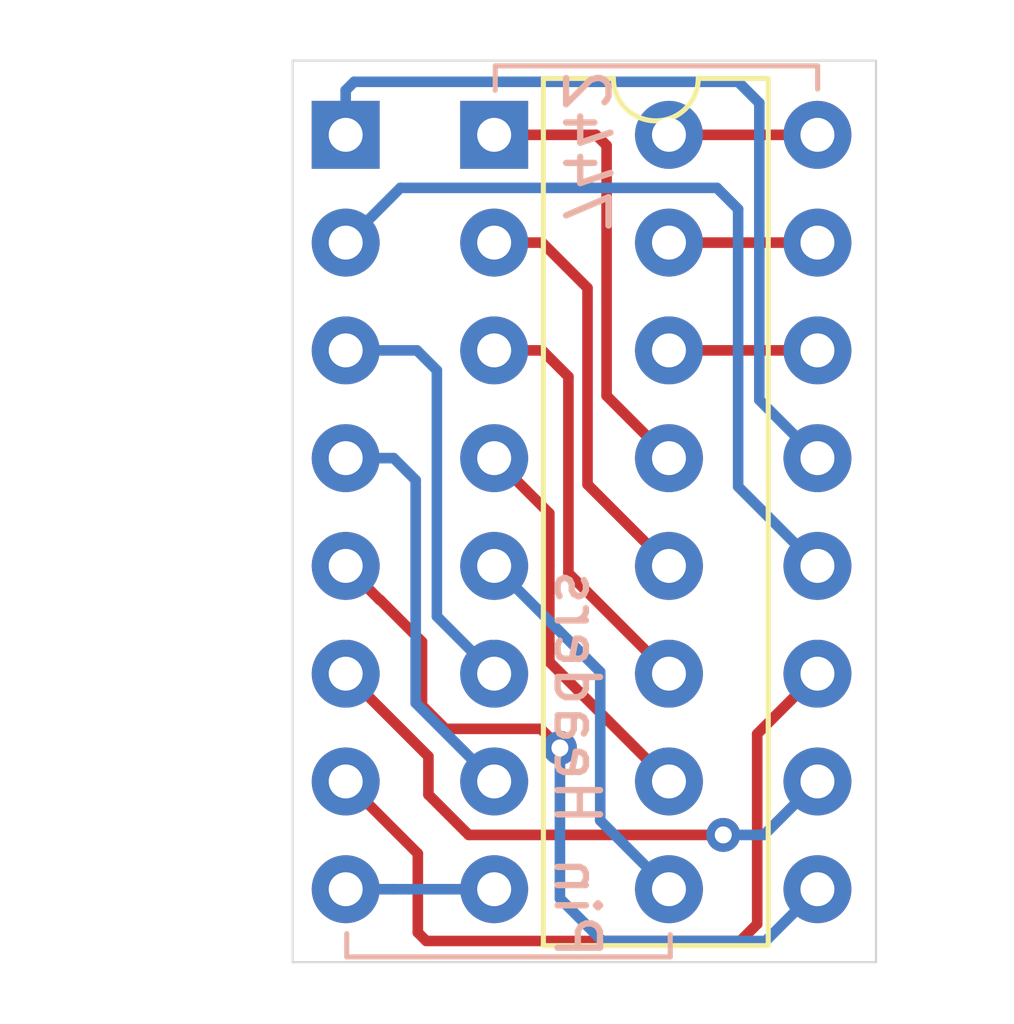
<source format=kicad_pcb>
(kicad_pcb (version 20171130) (host pcbnew "(5.1.4)-1")

  (general
    (thickness 1.6)
    (drawings 12)
    (tracks 73)
    (zones 0)
    (modules 2)
    (nets 17)
  )

  (page A4)
  (layers
    (0 F.Cu signal)
    (31 B.Cu signal)
    (32 B.Adhes user)
    (33 F.Adhes user)
    (34 B.Paste user)
    (35 F.Paste user)
    (36 B.SilkS user)
    (37 F.SilkS user)
    (38 B.Mask user)
    (39 F.Mask user)
    (40 Dwgs.User user)
    (41 Cmts.User user)
    (42 Eco1.User user)
    (43 Eco2.User user)
    (44 Edge.Cuts user)
    (45 Margin user)
    (46 B.CrtYd user)
    (47 F.CrtYd user)
    (48 B.Fab user)
    (49 F.Fab user)
  )

  (setup
    (last_trace_width 0.25)
    (trace_clearance 0.2)
    (zone_clearance 0.508)
    (zone_45_only no)
    (trace_min 0.2)
    (via_size 0.8)
    (via_drill 0.4)
    (via_min_size 0.4)
    (via_min_drill 0.3)
    (uvia_size 0.3)
    (uvia_drill 0.1)
    (uvias_allowed no)
    (uvia_min_size 0.2)
    (uvia_min_drill 0.1)
    (edge_width 0.05)
    (segment_width 0.2)
    (pcb_text_width 0.3)
    (pcb_text_size 1.5 1.5)
    (mod_edge_width 0.12)
    (mod_text_size 1 1)
    (mod_text_width 0.15)
    (pad_size 1.524 1.524)
    (pad_drill 0.762)
    (pad_to_mask_clearance 0.051)
    (solder_mask_min_width 0.25)
    (aux_axis_origin 0 0)
    (visible_elements 7FFFFFFF)
    (pcbplotparams
      (layerselection 0x010fc_ffffffff)
      (usegerberextensions false)
      (usegerberattributes false)
      (usegerberadvancedattributes false)
      (creategerberjobfile false)
      (excludeedgelayer true)
      (linewidth 0.100000)
      (plotframeref false)
      (viasonmask false)
      (mode 1)
      (useauxorigin false)
      (hpglpennumber 1)
      (hpglpenspeed 20)
      (hpglpendiameter 15.000000)
      (psnegative false)
      (psa4output false)
      (plotreference true)
      (plotvalue true)
      (plotinvisibletext false)
      (padsonsilk false)
      (subtractmaskfromsilk false)
      (outputformat 1)
      (mirror false)
      (drillshape 0)
      (scaleselection 1)
      (outputdirectory "Gerbers/"))
  )

  (net 0 "")
  (net 1 +5V)
  (net 2 GND)
  (net 3 A0)
  (net 4 9)
  (net 5 A1)
  (net 6 8)
  (net 7 0)
  (net 8 7)
  (net 9 1)
  (net 10 6)
  (net 11 2)
  (net 12 5)
  (net 13 3)
  (net 14 A3)
  (net 15 4)
  (net 16 A2)

  (net_class Default "This is the default net class."
    (clearance 0.2)
    (trace_width 0.25)
    (via_dia 0.8)
    (via_drill 0.4)
    (uvia_dia 0.3)
    (uvia_drill 0.1)
    (add_net +5V)
    (add_net 0)
    (add_net 1)
    (add_net 2)
    (add_net 3)
    (add_net 4)
    (add_net 5)
    (add_net 6)
    (add_net 7)
    (add_net 8)
    (add_net 9)
    (add_net A0)
    (add_net A1)
    (add_net A2)
    (add_net A3)
    (add_net GND)
  )

  (module "Custom Footprints:DIP-16_W7.62mm_NoSilk" (layer F.Cu) (tedit 61E4D2AA) (tstamp 60F6179C)
    (at 136.25 47.5)
    (descr "16-lead though-hole mounted DIP package, row spacing 7.62 mm (300 mils)")
    (tags "THT DIP DIL PDIP 2.54mm 7.62mm 300mil")
    (path /60F6211B)
    (fp_text reference J1 (at 3.81 -2.33) (layer F.Fab)
      (effects (font (size 1 1) (thickness 0.15)))
    )
    (fp_text value Conn_02x08_Counter_Clockwise (at 3.81 20.11) (layer F.Fab)
      (effects (font (size 1 1) (thickness 0.15)))
    )
    (fp_line (start 1.635 -1.27) (end 6.985 -1.27) (layer F.Fab) (width 0.1))
    (fp_line (start 6.985 -1.27) (end 6.985 19.05) (layer F.Fab) (width 0.1))
    (fp_line (start 6.985 19.05) (end 0.635 19.05) (layer F.Fab) (width 0.1))
    (fp_line (start 0.635 19.05) (end 0.635 -0.27) (layer F.Fab) (width 0.1))
    (fp_line (start 0.635 -0.27) (end 1.635 -1.27) (layer F.Fab) (width 0.1))
    (fp_line (start -1.1 -1.55) (end -1.1 19.3) (layer F.CrtYd) (width 0.05))
    (fp_line (start -1.1 19.3) (end 8.7 19.3) (layer F.CrtYd) (width 0.05))
    (fp_line (start 8.7 19.3) (end 8.7 -1.55) (layer F.CrtYd) (width 0.05))
    (fp_line (start 8.7 -1.55) (end -1.1 -1.55) (layer F.CrtYd) (width 0.05))
    (fp_text user %R (at 3.81 8.89) (layer F.Fab)
      (effects (font (size 1 1) (thickness 0.15)))
    )
    (pad 1 thru_hole rect (at 0 0) (size 1.6 1.6) (drill 0.8) (layers *.Cu *.Mask)
      (net 16 A2))
    (pad 9 thru_hole oval (at 7.62 17.78) (size 1.6 1.6) (drill 0.8) (layers *.Cu *.Mask)
      (net 15 4))
    (pad 2 thru_hole oval (at 0 2.54) (size 1.6 1.6) (drill 0.8) (layers *.Cu *.Mask)
      (net 14 A3))
    (pad 10 thru_hole oval (at 7.62 15.24) (size 1.6 1.6) (drill 0.8) (layers *.Cu *.Mask)
      (net 13 3))
    (pad 3 thru_hole oval (at 0 5.08) (size 1.6 1.6) (drill 0.8) (layers *.Cu *.Mask)
      (net 12 5))
    (pad 11 thru_hole oval (at 7.62 12.7) (size 1.6 1.6) (drill 0.8) (layers *.Cu *.Mask)
      (net 11 2))
    (pad 4 thru_hole oval (at 0 7.62) (size 1.6 1.6) (drill 0.8) (layers *.Cu *.Mask)
      (net 10 6))
    (pad 12 thru_hole oval (at 7.62 10.16) (size 1.6 1.6) (drill 0.8) (layers *.Cu *.Mask)
      (net 9 1))
    (pad 5 thru_hole oval (at 0 10.16) (size 1.6 1.6) (drill 0.8) (layers *.Cu *.Mask)
      (net 8 7))
    (pad 13 thru_hole oval (at 7.62 7.62) (size 1.6 1.6) (drill 0.8) (layers *.Cu *.Mask)
      (net 7 0))
    (pad 6 thru_hole oval (at 0 12.7) (size 1.6 1.6) (drill 0.8) (layers *.Cu *.Mask)
      (net 6 8))
    (pad 14 thru_hole oval (at 7.62 5.08) (size 1.6 1.6) (drill 0.8) (layers *.Cu *.Mask)
      (net 5 A1))
    (pad 7 thru_hole oval (at 0 15.24) (size 1.6 1.6) (drill 0.8) (layers *.Cu *.Mask)
      (net 4 9))
    (pad 15 thru_hole oval (at 7.62 2.54) (size 1.6 1.6) (drill 0.8) (layers *.Cu *.Mask)
      (net 3 A0))
    (pad 8 thru_hole oval (at 0 17.78) (size 1.6 1.6) (drill 0.8) (layers *.Cu *.Mask)
      (net 2 GND))
    (pad 16 thru_hole oval (at 7.62 0) (size 1.6 1.6) (drill 0.8) (layers *.Cu *.Mask)
      (net 1 +5V))
    (model ${KISYS3DMOD}/Housings_DIP.3dshapes/DIP-16_W7.62mm.wrl
      (at (xyz 0 0 0))
      (scale (xyz 1 1 1))
      (rotate (xyz 0 0 0))
    )
  )

  (module Housings_DIP:DIP-16_W7.62mm (layer F.Cu) (tedit 59C78D6B) (tstamp 60F61BF5)
    (at 139.75 47.5)
    (descr "16-lead though-hole mounted DIP package, row spacing 7.62 mm (300 mils)")
    (tags "THT DIP DIL PDIP 2.54mm 7.62mm 300mil")
    (path /60F61288)
    (fp_text reference U1 (at 3.81 -2.33) (layer F.Fab)
      (effects (font (size 1 1) (thickness 0.15)))
    )
    (fp_text value 74LS42 (at 3.81 20.11) (layer F.Fab)
      (effects (font (size 1 1) (thickness 0.15)))
    )
    (fp_text user %R (at 3.81 8.89) (layer F.Fab)
      (effects (font (size 1 1) (thickness 0.15)))
    )
    (fp_line (start 8.7 -1.55) (end -1.1 -1.55) (layer F.CrtYd) (width 0.05))
    (fp_line (start 8.7 19.3) (end 8.7 -1.55) (layer F.CrtYd) (width 0.05))
    (fp_line (start -1.1 19.3) (end 8.7 19.3) (layer F.CrtYd) (width 0.05))
    (fp_line (start -1.1 -1.55) (end -1.1 19.3) (layer F.CrtYd) (width 0.05))
    (fp_line (start 6.46 -1.33) (end 4.81 -1.33) (layer F.SilkS) (width 0.12))
    (fp_line (start 6.46 19.11) (end 6.46 -1.33) (layer F.SilkS) (width 0.12))
    (fp_line (start 1.16 19.11) (end 6.46 19.11) (layer F.SilkS) (width 0.12))
    (fp_line (start 1.16 -1.33) (end 1.16 19.11) (layer F.SilkS) (width 0.12))
    (fp_line (start 2.81 -1.33) (end 1.16 -1.33) (layer F.SilkS) (width 0.12))
    (fp_line (start 0.635 -0.27) (end 1.635 -1.27) (layer F.Fab) (width 0.1))
    (fp_line (start 0.635 19.05) (end 0.635 -0.27) (layer F.Fab) (width 0.1))
    (fp_line (start 6.985 19.05) (end 0.635 19.05) (layer F.Fab) (width 0.1))
    (fp_line (start 6.985 -1.27) (end 6.985 19.05) (layer F.Fab) (width 0.1))
    (fp_line (start 1.635 -1.27) (end 6.985 -1.27) (layer F.Fab) (width 0.1))
    (fp_arc (start 3.81 -1.33) (end 2.81 -1.33) (angle -180) (layer F.SilkS) (width 0.12))
    (pad 16 thru_hole oval (at 7.62 0) (size 1.6 1.6) (drill 0.8) (layers *.Cu *.Mask)
      (net 1 +5V))
    (pad 8 thru_hole oval (at 0 17.78) (size 1.6 1.6) (drill 0.8) (layers *.Cu *.Mask)
      (net 2 GND))
    (pad 15 thru_hole oval (at 7.62 2.54) (size 1.6 1.6) (drill 0.8) (layers *.Cu *.Mask)
      (net 3 A0))
    (pad 7 thru_hole oval (at 0 15.24) (size 1.6 1.6) (drill 0.8) (layers *.Cu *.Mask)
      (net 10 6))
    (pad 14 thru_hole oval (at 7.62 5.08) (size 1.6 1.6) (drill 0.8) (layers *.Cu *.Mask)
      (net 5 A1))
    (pad 6 thru_hole oval (at 0 12.7) (size 1.6 1.6) (drill 0.8) (layers *.Cu *.Mask)
      (net 12 5))
    (pad 13 thru_hole oval (at 7.62 7.62) (size 1.6 1.6) (drill 0.8) (layers *.Cu *.Mask)
      (net 16 A2))
    (pad 5 thru_hole oval (at 0 10.16) (size 1.6 1.6) (drill 0.8) (layers *.Cu *.Mask)
      (net 15 4))
    (pad 12 thru_hole oval (at 7.62 10.16) (size 1.6 1.6) (drill 0.8) (layers *.Cu *.Mask)
      (net 14 A3))
    (pad 4 thru_hole oval (at 0 7.62) (size 1.6 1.6) (drill 0.8) (layers *.Cu *.Mask)
      (net 13 3))
    (pad 11 thru_hole oval (at 7.62 12.7) (size 1.6 1.6) (drill 0.8) (layers *.Cu *.Mask)
      (net 4 9))
    (pad 3 thru_hole oval (at 0 5.08) (size 1.6 1.6) (drill 0.8) (layers *.Cu *.Mask)
      (net 11 2))
    (pad 10 thru_hole oval (at 7.62 15.24) (size 1.6 1.6) (drill 0.8) (layers *.Cu *.Mask)
      (net 6 8))
    (pad 2 thru_hole oval (at 0 2.54) (size 1.6 1.6) (drill 0.8) (layers *.Cu *.Mask)
      (net 9 1))
    (pad 9 thru_hole oval (at 7.62 17.78) (size 1.6 1.6) (drill 0.8) (layers *.Cu *.Mask)
      (net 8 7))
    (pad 1 thru_hole rect (at 0 0) (size 1.6 1.6) (drill 0.8) (layers *.Cu *.Mask)
      (net 7 0))
    (model ${KISYS3DMOD}/Housings_DIP.3dshapes/DIP-16_W7.62mm.wrl
      (at (xyz 0 0 0))
      (scale (xyz 1 1 1))
      (rotate (xyz 0 0 0))
    )
  )

  (gr_text "Pin Headers" (at 141.7 62.325 270) (layer B.SilkS) (tstamp 61E4DC98)
    (effects (font (size 1 1) (thickness 0.15)) (justify mirror))
  )
  (gr_text 7442 (at 141.9 47.875 270) (layer B.SilkS)
    (effects (font (size 1 1) (thickness 0.15)) (justify mirror))
  )
  (gr_line (start 147.375 45.875) (end 147.375 46.425) (layer B.SilkS) (width 0.12))
  (gr_line (start 139.775 45.875) (end 147.375 45.875) (layer B.SilkS) (width 0.12))
  (gr_line (start 139.775 46.45) (end 139.775 45.875) (layer B.SilkS) (width 0.12))
  (gr_line (start 143.9 66.875) (end 143.9 66.35) (layer B.SilkS) (width 0.12))
  (gr_line (start 136.275 66.875) (end 143.9 66.875) (layer B.SilkS) (width 0.12))
  (gr_line (start 136.275 66.325) (end 136.275 66.875) (layer B.SilkS) (width 0.12))
  (gr_line (start 135 45.75) (end 135 67) (layer Edge.Cuts) (width 0.05) (tstamp 60F61D15))
  (gr_line (start 148.75 45.75) (end 135 45.75) (layer Edge.Cuts) (width 0.05))
  (gr_line (start 148.75 67) (end 148.75 45.75) (layer Edge.Cuts) (width 0.05))
  (gr_line (start 135 67) (end 148.75 67) (layer Edge.Cuts) (width 0.05))

  (segment (start 143.87 47.5) (end 147.37 47.5) (width 0.25) (layer F.Cu) (net 1))
  (segment (start 137.38137 65.28) (end 139.75 65.28) (width 0.25) (layer B.Cu) (net 2))
  (segment (start 136.25 65.28) (end 137.38137 65.28) (width 0.25) (layer B.Cu) (net 2))
  (segment (start 146.23863 50.04) (end 143.87 50.04) (width 0.25) (layer F.Cu) (net 3))
  (segment (start 147.37 50.04) (end 146.23863 50.04) (width 0.25) (layer F.Cu) (net 3))
  (segment (start 136.25 62.74) (end 137.95 64.44) (width 0.25) (layer F.Cu) (net 4))
  (segment (start 137.95 64.44) (end 137.95 66.3) (width 0.25) (layer F.Cu) (net 4))
  (segment (start 137.95 66.3) (end 138.15 66.5) (width 0.25) (layer F.Cu) (net 4))
  (segment (start 138.15 66.5) (end 145.55 66.5) (width 0.25) (layer F.Cu) (net 4))
  (segment (start 145.55 66.5) (end 145.95 66.1) (width 0.25) (layer F.Cu) (net 4))
  (segment (start 145.95 61.62) (end 147.37 60.2) (width 0.25) (layer F.Cu) (net 4))
  (segment (start 145.95 66.1) (end 145.95 61.62) (width 0.25) (layer F.Cu) (net 4))
  (segment (start 147.37 52.58) (end 143.87 52.58) (width 0.25) (layer F.Cu) (net 5))
  (segment (start 136.25 60.2) (end 138.2 62.15) (width 0.25) (layer F.Cu) (net 6))
  (segment (start 138.2 62.15) (end 138.2 63.05) (width 0.25) (layer F.Cu) (net 6))
  (segment (start 138.2 63.05) (end 139.15 64) (width 0.25) (layer F.Cu) (net 6))
  (via (at 145.15 64) (size 0.8) (drill 0.4) (layers F.Cu B.Cu) (net 6))
  (segment (start 139.15 64) (end 145.15 64) (width 0.25) (layer F.Cu) (net 6))
  (segment (start 146.11 64) (end 147.37 62.74) (width 0.25) (layer B.Cu) (net 6))
  (segment (start 145.15 64) (end 146.11 64) (width 0.25) (layer B.Cu) (net 6))
  (segment (start 142.4 53.65) (end 143.87 55.12) (width 0.25) (layer F.Cu) (net 7))
  (segment (start 142.4 47.75) (end 142.4 53.65) (width 0.25) (layer F.Cu) (net 7))
  (segment (start 139.75 47.5) (end 142.15 47.5) (width 0.25) (layer F.Cu) (net 7))
  (segment (start 142.15 47.5) (end 142.4 47.75) (width 0.25) (layer F.Cu) (net 7))
  (segment (start 137.049999 58.459999) (end 137.059999 58.459999) (width 0.25) (layer F.Cu) (net 8))
  (segment (start 136.25 57.66) (end 137.049999 58.459999) (width 0.25) (layer F.Cu) (net 8))
  (segment (start 137.059999 58.459999) (end 138.05 59.45) (width 0.25) (layer F.Cu) (net 8))
  (segment (start 138.05 59.45) (end 138.05 60.95) (width 0.25) (layer F.Cu) (net 8))
  (segment (start 138.05 60.95) (end 138.6 61.5) (width 0.25) (layer F.Cu) (net 8))
  (via (at 141.3 61.95) (size 0.8) (drill 0.4) (layers F.Cu B.Cu) (net 8))
  (segment (start 138.6 61.5) (end 140.85 61.5) (width 0.25) (layer F.Cu) (net 8))
  (segment (start 140.85 61.5) (end 141.3 61.95) (width 0.25) (layer F.Cu) (net 8))
  (segment (start 141.3 61.95) (end 141.3 65.5) (width 0.25) (layer B.Cu) (net 8))
  (segment (start 141.3 65.5) (end 142.3 66.5) (width 0.25) (layer B.Cu) (net 8))
  (segment (start 146.15 66.5) (end 147.37 65.28) (width 0.25) (layer B.Cu) (net 8))
  (segment (start 142.3 66.5) (end 146.15 66.5) (width 0.25) (layer B.Cu) (net 8))
  (segment (start 140.88137 50.04) (end 141.95 51.10863) (width 0.25) (layer F.Cu) (net 9))
  (segment (start 139.75 50.04) (end 140.88137 50.04) (width 0.25) (layer F.Cu) (net 9))
  (segment (start 141.95 55.74) (end 143.87 57.66) (width 0.25) (layer F.Cu) (net 9))
  (segment (start 141.95 51.10863) (end 141.95 55.74) (width 0.25) (layer F.Cu) (net 9))
  (segment (start 139.75 62.74) (end 137.9 60.89) (width 0.25) (layer B.Cu) (net 10))
  (segment (start 137.9 60.89) (end 137.9 55.8) (width 0.25) (layer B.Cu) (net 10))
  (segment (start 137.9 55.63863) (end 137.9 55.8) (width 0.25) (layer B.Cu) (net 10))
  (segment (start 137.38137 55.12) (end 137.9 55.63863) (width 0.25) (layer B.Cu) (net 10))
  (segment (start 136.25 55.12) (end 137.38137 55.12) (width 0.25) (layer B.Cu) (net 10))
  (segment (start 140.88137 52.58) (end 141.5 53.19863) (width 0.25) (layer F.Cu) (net 11))
  (segment (start 139.75 52.58) (end 140.88137 52.58) (width 0.25) (layer F.Cu) (net 11))
  (segment (start 141.5 57.83) (end 143.87 60.2) (width 0.25) (layer F.Cu) (net 11))
  (segment (start 141.5 53.19863) (end 141.5 57.83) (width 0.25) (layer F.Cu) (net 11))
  (segment (start 139.75 60.2) (end 138.4 58.85) (width 0.25) (layer B.Cu) (net 12))
  (segment (start 138.4 58.85) (end 138.4 53.05) (width 0.25) (layer B.Cu) (net 12))
  (segment (start 137.93 52.58) (end 136.25 52.58) (width 0.25) (layer B.Cu) (net 12))
  (segment (start 138.4 53.05) (end 137.93 52.58) (width 0.25) (layer B.Cu) (net 12))
  (segment (start 139.75 55.12) (end 141.05 56.42) (width 0.25) (layer F.Cu) (net 13))
  (segment (start 143.070001 61.940001) (end 143.87 62.74) (width 0.25) (layer F.Cu) (net 13))
  (segment (start 141.049991 59.919991) (end 143.070001 61.940001) (width 0.25) (layer F.Cu) (net 13))
  (segment (start 141.049991 57.643599) (end 141.049991 59.919991) (width 0.25) (layer F.Cu) (net 13))
  (segment (start 141.05 57.64359) (end 141.049991 57.643599) (width 0.25) (layer F.Cu) (net 13))
  (segment (start 141.05 56.42) (end 141.05 57.64359) (width 0.25) (layer F.Cu) (net 13))
  (segment (start 147.37 57.66) (end 145.5 55.79) (width 0.25) (layer B.Cu) (net 14))
  (segment (start 145.5 55.79) (end 145.5 49.25) (width 0.25) (layer B.Cu) (net 14))
  (segment (start 145.5 49.25) (end 145 48.75) (width 0.25) (layer B.Cu) (net 14))
  (segment (start 137.54 48.75) (end 136.25 50.04) (width 0.25) (layer B.Cu) (net 14))
  (segment (start 145 48.75) (end 137.54 48.75) (width 0.25) (layer B.Cu) (net 14))
  (segment (start 139.75 57.66) (end 142.25 60.16) (width 0.25) (layer B.Cu) (net 15))
  (segment (start 142.25 63.66) (end 143.87 65.28) (width 0.25) (layer B.Cu) (net 15))
  (segment (start 142.25 60.16) (end 142.25 63.66) (width 0.25) (layer B.Cu) (net 15))
  (segment (start 136.25 46.45) (end 136.25 47.5) (width 0.25) (layer B.Cu) (net 16))
  (segment (start 136.45 46.25) (end 136.25 46.45) (width 0.25) (layer B.Cu) (net 16))
  (segment (start 145.5 46.25) (end 136.45 46.25) (width 0.25) (layer B.Cu) (net 16))
  (segment (start 146 46.75) (end 145.5 46.25) (width 0.25) (layer B.Cu) (net 16))
  (segment (start 146 53.75) (end 146 46.75) (width 0.25) (layer B.Cu) (net 16))
  (segment (start 147.37 55.12) (end 146 53.75) (width 0.25) (layer B.Cu) (net 16))

)

</source>
